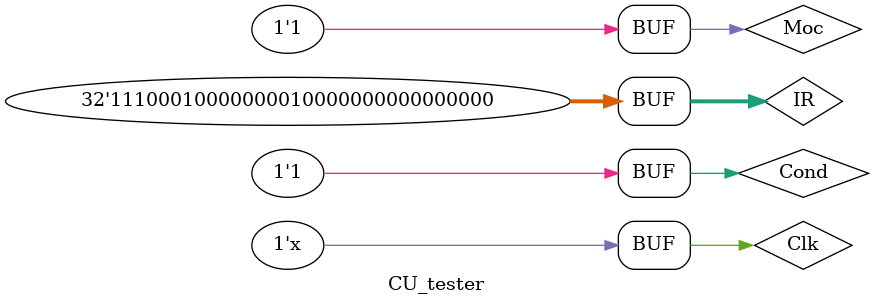
<source format=v>
`define DEFAULT_IR 32'b11100010000000010000000000000000
`define START 6'b000000
`define FIRST 6'b000001
`define SECOND 6'b000010
`define MOC 6'b000011
`define CONDITIONAL 6'b000100
`define ARITH_OP_IMM 6'b000101
`define REG_REG 6'b000110
`define ARITH_OP_SHIFT 6'b000111
`define LD_IMM_OFFSET 6'b001000
`define LD_IMM_POST 6'b001001
`define LD_IMM_PRE 6'b001010

`define LD_IMM_REG_OFFSET 6'b001011
`define LD_IMM_REG_POST 6'b001100
`define LD_IMM_REG_PRE 6'b001101

`define LD_SCALED_OFFSET 6'b001110
`define LD_SCALED_POST 6'b001111
`define LD_SCALED_PRE 6'b010000

`define SEVENTEENTH 6'b010001
`define EIGHTEENTH 6'b010010
`define NINETEENTH 6'b010011
`define TWENTIETH 6'b010100
`define TWENTY_FIRST 6'b010101
`define TWENTY_SECOND 6'b010110
`define TWENTY_THIRD 6'b010111
`define TWENTY_FOURTH 6'b011000
`define TWENTY_FIFTH 6'b011001

`define STR_IMM_OFFSET 6'b011010
`define STR_IMM_POST 6'b011011
`define STR_IMM_PRE 6'b011100

`define STR_REG_OFFSET 6'b011101
`define STR_REG_POST 6'b011110
`define STR_REG_PRE 6'b011111

`define STR_SCALED_OFFSET 6'b100000
`define STR_SCALED_POST 6'b100001
`define STR_SCALED_PRE 6'b100010

`define THIRTY_FIFTH 6'b100011
`define THIRTY_SIXTH 6'b100100
`define THIRTY_SEVENTH 6'b100101
`define THIRTY_EIGHTH 6'b100110
`define THIRTY_NINTH 6'b100111

`define FORTIETH 6'b101000
`define FORTY_FIRST 6'b101001
`define FORTY_SECOND 6'b101010
`define FORTY_THIRD 6'b101011
`define BRANCH 6'b101100
`define MOV 6'b101101
`define CMP 6'b101110

module ControlUnit(output FR,RF,input[31:0]IR,output MDR,MAR,R_W,MOV,MA_1,MA_0,MB_1,MB_0,MC_1,MC_0,MD, ME, OP4,OP3,OP2,OP1,OP0,
                     input Moc, Cond, Reset, Clk , output[5:0] CS);

	wire[5:0] NS , CS;

	NextStateDecoder NSD( NS , CS , IR , Cond , Moc);
	ControlSignalsEncoder SE( FR , RF , IR , MDR , MAR , R_W , MOV , MA_1 , MA_0 , MB_1 , MB_0 , MC_1 , MC_0 , MD , ME , OP4 , OP3 , OP2 , OP1 , OP0 , CS  );
	StateReg SR(CS , NS , Clr , Clk);
	

endmodule




/**

	I think you are using moc as a state ? Im confused

	Creo que tienes el done ese haciendo la misma funcion que el moc 
**/



module NextStateDecoder(output reg [5:0] NextState,
                         input[5:0] State, input[31:0] IR, input Cond ,Moc);

    always@*

    case(State)

        `START: begin NextState = `FIRST;end  

        `FIRST: begin NextState = `SECOND;end

        `SECOND: begin NextState = `MOC;end

        `MOC: begin 
				if( Moc) NextState = `CONDITIONAL;
                else NextState <= `MOC;
             end
        
		`CONDITIONAL:
            begin
				$display("cond");
                if(Cond)
				begin
                    //Distinguish between arith, store, load
                    if(IR[27:25] == 3'b010)//Load, store imm offset 
					$display("Load , store , imm");
					begin
                        if(IR[20] == 1'b1)//load
						begin
                            if(IR[23] == 1'b1)// u = 1 -> suma else resta
								begin
									NextState = `LD_IMM_PRE;
								if(IR[24]== 1'b0)//p == 0 POST
									NextState = `LD_IMM_POST;
								else//offset
									NextState = `LD_IMM_OFFSET;
								end
						end
                        else//store
						begin
							$display("Load , store , imm");
                            if(IR[23] == 1'b1)// u == 1 -> sum
							begin
                                if(IR[24] == 1'b0)//p =0 ->27
                                    NextState <= `STR_IMM_POST;
                                else if(IR[24] == 1'b0 &&  IR[21] )// -> 28th state
                                    NextState <= `STR_IMM_PRE;
                                else NextState = `STR_IMM_OFFSET;//offset -> 26
							end
						end
                    end            
				end
                else
                    NextState <= `CONDITIONAL;
                
                
            end

        `ARITH_OP_IMM:
            begin
                NextState = `FIRST;
                
            end

        `REG_REG:
             begin
                NextState = `FIRST;
                
            end

        `ARITH_OP_SHIFT:
           begin
                NextState = `FIRST;
                
            end

        `LD_IMM_OFFSET:
            begin
             NextState = `SEVENTEENTH;
             end

        `LD_IMM_POST:
            begin
               NextState = `SEVENTEENTH;
            end

        `LD_IMM_PRE:
            begin
             NextState = `SEVENTEENTH;
            end
        `LD_IMM_REG_OFFSET:  begin
             NextState = `SEVENTEENTH;
            end
        `LD_IMM_REG_POST:   begin
             NextState = `SEVENTEENTH;
            end
        `LD_IMM_REG_PRE:
          begin
             NextState = `SEVENTEENTH;
            end
        `LD_SCALED_OFFSET:
          begin
             NextState = `SEVENTEENTH;
            end
        `LD_SCALED_POST:
          begin
             NextState = `SEVENTEENTH;
            end
        `LD_SCALED_PRE:  begin
             NextState = `SEVENTEENTH;
            end

        `SEVENTEENTH:
        begin
             NextState = `EIGHTEENTH;
            
        end

        `EIGHTEENTH:
         begin
            if(!Moc)
                NextState = `EIGHTEENTH;
                
            else
                NextState = `NINETEENTH;
            
         end

        `NINETEENTH:
            begin

                    if(IR[27:25] == 3'b010)//Load, store

                        if(IR[20] == 1'b0)//load
						begin
                            if(IR[23] == 1'b0)// u = 0 -> suma else resta
                                NextState = `LD_IMM_PRE;//TODO FIX THIS
                            if(IR[24]== 1'b0)//p == 0 POST
                                NextState = `LD_IMM_POST;
                            else//offset
                                NextState = `LD_IMM_OFFSET;
						end
                        else//store

                            if(IR[23] == 1'b1)// u == 1 -> sum
                                if(IR[24] == 1'b0)//p =0 ->27
                                    NextState = `LD_IMM_REG_POST;
                                else if(IR[24] == 1'b0 && IR[21])// -> 28th state
                                    NextState = `LD_IMM_PRE;
                                else //offset -> 26
                                    NextState = `LD_SCALED_OFFSET;
                
            end
        



        `TWENTIETH:begin NextState = `FIRST; end
        `TWENTY_FIRST:begin NextState = `FIRST;  end
        `TWENTY_SECOND: begin NextState = `FIRST;  end
        `TWENTY_THIRD:begin NextState = `FIRST;  end
        `TWENTY_FOURTH:begin NextState = `FIRST;  end
        `TWENTY_FIFTH:begin NextState = `FIRST;  end

        `STR_IMM_OFFSET:
        begin
            NextState = `THIRTY_FIFTH;
            
        end
        
        `STR_IMM_POST:
        begin
            NextState = `THIRTY_FIFTH;
            
        end
        
        `STR_IMM_PRE:
        begin
            NextState = `THIRTY_FIFTH;
            
        end

        `STR_REG_OFFSET:
        begin
            NextState = `THIRTY_FIFTH;
            
        end

        `STR_REG_POST:
        begin
            NextState = `THIRTY_FIFTH;
            
        end

        `STR_REG_PRE:
        begin
            NextState = `THIRTY_FIFTH;
            
        end

        `STR_SCALED_OFFSET:
        begin
            NextState = `THIRTY_FIFTH;
            
        end

        `STR_SCALED_POST:
        begin
            NextState = `THIRTY_FIFTH;
            
        end

        `STR_SCALED_PRE:
            begin
                NextState = `THIRTY_FIFTH;
                
            end

        `THIRTY_FIFTH:
            begin
                 NextState = `THIRTY_SIXTH;
                 
            end

        `THIRTY_SIXTH:begin  NextState = `THIRTY_SEVENTH; end
        
        //NEED TO ADD LOGIC HERE
        `THIRTY_SEVENTH:
            begin
                  if(!Moc)
                    NextState <= `THIRTY_SEVENTH;
                    
                  else
                    //BRANCH here
                    if(IR[27:25] == 3'b010)//Load, store

                        if(IR[20] == 1'b0)//load
						begin
                            if(IR[23] == 1'b0)// u = 0 -> suma else resta
                                NextState = `LD_IMM_PRE;//TODO FIX THIS
                            if(IR[24]== 1'b0)//p == 0 POST
                                NextState = `LD_IMM_POST;
                            else//offset
                                NextState = `LD_IMM_OFFSET;
						end
                        else//store

                            if(IR[23] == 1'b1)// u == 1 -> sum
                                if(IR[24] == 1'b0)//p =0 ->27
                                    NextState = `STR_IMM_POST;
                                else if(IR[24] == 1'b0 && IR[21])// -> 28th state
                                    NextState = `STR_IMM_PRE;
                                else //offset -> 26
                                    NextState = `STR_IMM_OFFSET;

                    
            end

        `THIRTY_EIGHTH:begin NextState = `FIRST; end
        `THIRTY_NINTH:begin NextState = `FIRST; end

        `FORTIETH:begin NextState = `FIRST;end
        `FORTY_FIRST:begin NextState = `FIRST;end
        `FORTY_SECOND:begin NextState = `FIRST;end
        `FORTY_THIRD:begin NextState = `FIRST;end
        `BRANCH:begin NextState = `FIRST; end
        `MOV:begin NextState = `FIRST; end
        `CMP: begin NextState = `FIRST; end


        default:begin  NextState = 5'b1; end

    endcase

endmodule


module ControlSignalsEncoder( output reg FR_ld,RF_ld,output reg[31:0]IR_ld, output reg MDR_ld,MAR_ld,R_W,MOV,MA1,MA0,MB1,MB0,MC1,MC0,MD, ME, OP4,OP3,OP2,OP1,OP0,
        input [5:0]State);

    always@*

    case(State)

			`START:
			begin
				FR_ld <= 0;
				RF_ld <= 1;
				IR_ld <= 0;
				MAR_ld <= 0;
				MDR_ld <= 0;
				R_W <= 0;
				MOV <= 0;
				MA1 <= 0;
				MA0 <= 0;
				MB1 <= 1;
				MB0 <= 1;
				MC1 <= 0;
				MC0 <= 1;
				MD <= 1;
				ME <= 0;
				OP4 <= 0;
				OP3 <= 1;
				OP2 <= 1;
				OP1 <= 0;
				OP0 <= 1;
			end
                

			`FIRST:
			begin
				FR_ld <= 0.0;
				RF_ld <= 0.0;
				IR_ld <= 0.0;
				MAR_ld <= 0.0;
				MDR_ld <= 1.0;
				R_W <= 0.0;
				MOV <= 0.0;
				MA1 <= 1.0;
				MA0 <= 0.0;
				MB1 <= 0.0;
				MB0 <= 0.0;
				MC1 <= 0.0;
				MC0 <= 0.0;
				MD <= 1.0;
				ME <= 0;
				OP4 <= 1.0;
				OP3 <= 0.0;
				OP2 <= 0.0;
				OP1 <= 0.0;
				OP0 <= 0.0;
			end
            

			`SECOND:
			begin
				FR_ld <= 0.0;
				RF_ld <= 1.0;
				IR_ld <= 0.0;
				MAR_ld <= 0.0;
				MDR_ld <= 0.0;
				R_W <= 1.0;
				MOV <= 1.0;
				MA1 <= 1.0;
				MA0 <= 0.0;
				MB1 <= 0.0;
				MB0 <= 0.0;
				MC1 <= 0.0;
				MC0 <= 1.0;
				MD <= 1.0;
				ME <= 0.0;
				OP4 <= 1.0;
				OP3 <= 0.0;
				OP2 <= 0.0;
				OP1 <= 0.0;
				OP0 <= 1.0;
			end
            

			`MOC:
			begin
				FR_ld <= 0.0;
				RF_ld <= 0.0;
				IR_ld <= 1.0;
				MAR_ld <= 0.0;
				MDR_ld <= 0.0;
				R_W <= 1.0;
				MOV <= 1.0;
				MA1 <= 0.0;
				MA0 <= 0.0;
				MB1 <= 0.0;
				MB0 <= 0.0;
				MC1 <= 0.0;
				MC0 <= 0.0;
				MD <= 0.0;
				ME <= 0.0;
				OP4 <= 0.0;
				OP3 <= 0.0;
				OP2 <= 0.0;
				OP1 <= 0.0;
				OP0 <= 0.0;
			end
            

			`CONDITIONAL:
			begin
				FR_ld <= 0.0;
				RF_ld <= 0.0;
				IR_ld <= 0.0;
				MAR_ld <= 0.0;
				MDR_ld <= 0.0;
				R_W <= 0.0;
				MOV <= 0.0;
				MA1 <= 0.0;
				MA0 <= 0.0;
				MB1 <= 0.0;
				MB0 <= 0.0;
				MC1 <= 0.0;
				MC0 <= 0.0;
				MD <= 0.0;
				ME <= 0.0;
				OP4 <= 0.0;
				OP3 <= 0.0;
				OP2 <= 0.0;
				OP1 <= 0.0;
				OP0 <= 0.0;
			end
            

			`ARITH_OP_IMM:
			begin
				FR_ld <= 0;
				RF_ld <= 1;
				IR_ld <= 0;
				MAR_ld <= 0;
				MDR_ld <= 0;
				R_W <= 0;
				MOV <= 0;
				MA1 <= 0;
				MA0 <= 0;
				MB1 <= 0;
				MB0 <= 1;
				MC1 <= 0;
				MC0 <= 0;
				MD <= 0;
				ME <= 0;
				OP4 <= 0;
				OP3 <= 0;
				OP2 <= 0;
				OP1 <= 0;
				OP0 <= 0;
			end
            

			`REG_REG:
			begin
				FR_ld <= 0.0;
				RF_ld <= 1.0;
				IR_ld <= 0.0;
				MAR_ld <= 0.0;
				MDR_ld <= 0.0;
				R_W <= 0.0;
				MOV <= 0.0;
				MA1 <= 0.0;
				MA0 <= 0.0;
				MB1 <= 0.0;
				MB0 <= 0.0;
				MC1 <= 0.0;
				MC0 <= 0.0;
				MD <= 0.0;
				ME <= 0.0;
				OP4 <= 0.0;
				OP3 <= 0.0;
				OP2 <= 0.0;
				OP1 <= 0.0;
				OP0 <= 0.0;
			end
            

			`ARITH_OP_SHIFT:
			begin
				FR_ld <= 0.0;
				RF_ld <= 1.0;
				IR_ld <= 0.0;
				MAR_ld <= 0.0;
				MDR_ld <= 0.0;
				R_W <= 0.0;
				MOV <= 0.0;
				MA1 <= 0.0;
				MA0 <= 0.0;
				MB1 <= 0.0;
				MB0 <= 1.0;
				MC1 <= 0.0;
				MC0 <= 0.0;
				MD <= 0.0;
				ME <= 0.0;
				OP4 <= 0.0;
				OP3 <= 0.0;
				OP2 <= 0.0;
				OP1 <= 0.0;
				OP0 <= 0.0;
			end
            


			`LD_IMM_OFFSET:
			begin
				FR_ld <= 0;
				RF_ld <= 0;
				IR_ld <= 0;
				MAR_ld <= 0;
				MDR_ld <= 1;
				R_W <= 0;
				MOV <= 0;
				MA1 <= 0;
				MA0 <= 0;
				MB1 <= 0;
				MB0 <= 1;
				MC1 <= 0;
				MC0 <= 0;
				MD <= 1;
				ME <= 0;
				OP4 <= 0;
				OP3 <= 0;
				OP2 <= 1;
				OP1 <= 0;
				OP0 <= 0;
			end
            

			`LD_IMM_POST:
			begin
				FR_ld <= 0.0;
				RF_ld <= 0.0;
				IR_ld <= 0.0;
				MAR_ld <= 0.0;
				MDR_ld <= 1.0;
				R_W <= 0.0;
				MOV <= 0.0;
				MA1 <= 0.0;
				MA0 <= 0.0;
				MB1 <= 0.0;
				MB0 <= 0.0;
				MC1 <= 0.0;
				MC0 <= 0.0;
				MD <= 1.0;
				ME <= 0.0;
				OP4 <= 1.0;
				OP3 <= 0.0;
				OP2 <= 0.0;
				OP1 <= 0.0;
				OP0 <= 0.0;
			end
            

			`LD_IMM_PRE:
			begin
				FR_ld <= 0.0;
				RF_ld <= 0.0;
				IR_ld <= 0.0;
				MAR_ld <= 0.0;
				MDR_ld <= 1.0;
				R_W <= 0.0;
				MOV <= 0.0;
				MA1 <= 0.0;
				MA0 <= 0.0;
				MB1 <= 0.0;
				MB0 <= 1.0;
				MC1 <= 0.0;
				MC0 <= 0.0;
				MD <= 1.0;
				ME <= 0.0;
				OP4 <= 0.0;
				OP3 <= 0.0;
				OP2 <= 1.0;
				OP1 <= 0.0;
				OP0 <= 0.0;
			end
            

			`LD_IMM_REG_OFFSET:
			begin
				FR_ld <= 0;
				RF_ld <= 0;
				IR_ld <= 0;
				MAR_ld <= 0;
				MDR_ld <= 1;
				R_W <= 0;
				MOV <= 0;
				MA1 <= 0;
				MA0 <= 0;
				MB1 <= 0;
				MB0 <= 0;
				MC1 <= 0;
				MC0 <= 0;
				MD <= 1;
				ME <= 0;
				OP4 <= 0;
				OP3 <= 0;
				OP2 <= 1;
				OP1 <= 0;
				OP0 <= 0;
			end
            

			`LD_IMM_REG_POST:
			begin
				FR_ld <= 0.0;
				RF_ld <= 0.0;
				IR_ld <= 0.0;
				MAR_ld <= 0.0;
				MDR_ld <= 1.0;
				R_W <= 0.0;
				MOV <= 0.0;
				MA1 <= 0.0;
				MA0 <= 0.0;
				MB1 <= 0.0;
				MB0 <= 0.0;
				MC1 <= 0.0;
				MC0 <= 0.0;
				MD <= 1.0;
				ME <= 0.0;
				OP4 <= 0.0;
				OP3 <= 0.0;
				OP2 <= 1.0;
				OP1 <= 0.0;
				OP0 <= 0.0;
			end
            

			`LD_IMM_REG_PRE:
			begin
				FR_ld <= 0.0;
				RF_ld <= 0.0;
				IR_ld <= 0.0;
				MAR_ld <= 0.0;
				MDR_ld <= 1.0;
				R_W <= 0.0;
				MOV <= 0.0;
				MA1 <= 0.0;
				MA0 <= 0.0;
				MB1 <= 0.0;
				MB0 <= 0.0;
				MC1 <= 0.0;
				MC0 <= 0.0;
				MD <= 1.0;
				ME <= 0.0;
				OP4 <= 0.0;
				OP3 <= 0.0;
				OP2 <= 1.0;
				OP1 <= 0.0;
				OP0 <= 0.0;
			end
            

			`LD_SCALED_OFFSET:
			begin
				FR_ld <= 0;
				RF_ld <= 0;
				IR_ld <= 0;
				MAR_ld <= 0;
				MDR_ld <= 1;
				R_W <= 0;
				MOV <= 0;
				MA1 <= 0;
				MA0 <= 0;
				MB1 <= 0;
				MB0 <= 1;
				MC1 <= 0;
				MC0 <= 0;
				MD <= 1;
				ME <= 0;
				OP4 <= 0;
				OP3 <= 0;
				OP2 <= 1;
				OP1 <= 0;
				OP0 <= 0;
			end
            

			`LD_IMM_REG_POST:
			begin
				FR_ld <= 0.0;
				RF_ld <= 0.0;
				IR_ld <= 0.0;
				MAR_ld <= 0.0;
				MDR_ld <= 1.0;
				R_W <= 0.0;
				MOV <= 0.0;
				MA1 <= 0.0;
				MA0 <= 0.0;
				MB1 <= 0.0;
				MB0 <= 0.0;
				MC1 <= 0.0;
				MC0 <= 0.0;
				MD <= 1.0;
				ME <= 0.0;
				OP4 <= 0.0;
				OP3 <= 0.0;
				OP2 <= 1.0;
				OP1 <= 0.0;
				OP0 <= 0.0;
			end
            

			`LD_SCALED_PRE:
			begin
				FR_ld <= 0.0;
				RF_ld <= 0.0;
				IR_ld <= 0.0;
				MAR_ld <= 0.0;
				MDR_ld <= 1.0;
				R_W <= 0.0;
				MOV <= 0.0;
				MA1 <= 0.0;
				MA0 <= 0.0;
				MB1 <= 0.0;
				MB0 <= 1.0;
				MC1 <= 0.0;
				MC0 <= 0.0;
				MD <= 1.0;
				ME <= 0.0;
				OP4 <= 0.0;
				OP3 <= 0.0;
				OP2 <= 1.0;
				OP1 <= 0.0;
				OP0 <= 0.0;
			end
            

			`SEVENTEENTH:
			begin
				FR_ld <= 0;
				RF_ld <= 0;
				IR_ld <= 0;
				MAR_ld <= 0;
				MDR_ld <= 0;
				R_W <= 1;
				MOV <= 1;
				MA1 <= 0;
				MA0 <= 0;
				MB1 <= 0;
				MB0 <= 0;
				MC1 <= 0;
				MC0 <= 0;
				MD <= 0;
				ME <= 0;
				OP4 <= 0;
				OP3 <= 0;
				OP2 <= 0;
				OP1 <= 0;
				OP0 <= 0;
			end
            

			`EIGHTEENTH:
			begin
				FR_ld <= 0.0;
				RF_ld <= 0.0;
				IR_ld <= 0.0;
				MAR_ld <= 1.0;
				MDR_ld <= 0.0;
				R_W <= 1.0;
				MOV <= 1.0;
				MA1 <= 0.0;
				MA0 <= 0.0;
				MB1 <= 0.0;
				MB0 <= 0.0;
				MC1 <= 0.0;
				MC0 <= 0.0;
				MD <= 0.0;
				ME <= 0.0;
				OP4 <= 0.0;
				OP3 <= 0.0;
				OP2 <= 0.0;
				OP1 <= 0.0;
				OP0 <= 0.0;
			end
            

			`NINETEENTH:
			begin
				FR_ld <= 0.0;
				RF_ld <= 0.0;
				IR_ld <= 0.0;
				MAR_ld <= 0.0;
				MDR_ld <= 0.0;
				R_W <= 0.0;
				MOV <= 0.0;
				MA1 <= 0.0;
				MA0 <= 0.0;
				MB1 <= 1.0;
				MB0 <= 0.0;
				MC1 <= 0.0;
				MC0 <= 0.0;
				MD <= 1.0;
				ME <= 0.0;
				OP4 <= 0.0;
				OP3 <= 1.0;
				OP2 <= 1.0;
				OP1 <= 0.0;
				OP0 <= 1.0;
			end
            

			`TWENTIETH:
			begin
				FR_ld <= 0;
				RF_ld <= 1;
				IR_ld <= 0;
				MAR_ld <= 0;
				MDR_ld <= 0;
				R_W <= 0;
				MOV <= 0;
				MA1 <= 0;
				MA0 <= 0;
				MB1 <= 0;
				MB0 <= 1;
				MC1 <= 1;
				MC0 <= 0;
				MD <= 1;
				ME <= 0;
				OP4 <= 0;
				OP3 <= 0;
				OP2 <= 1;
				OP1 <= 0;
				OP0 <= 0;
			end
            

			`TWENTY_FIRST:
			begin
				FR_ld <= 0.0;
				RF_ld <= 1.0;
				IR_ld <= 0.0;
				MAR_ld <= 0.0;
				MDR_ld <= 0.0;
				R_W <= 0.0;
				MOV <= 0.0;
				MA1 <= 0.0;
				MA0 <= 0.0;
				MB1 <= 0.0;
				MB0 <= 1.0;
				MC1 <= 1.0;
				MC0 <= 0.0;
				MD <= 1.0;
				ME <= 0.0;
				OP4 <= 0.0;
				OP3 <= 1.0;
				OP2 <= 1.0;
				OP1 <= 0.0;
				OP0 <= 1.0;
			end
            

			`TWENTY_SECOND:
			begin
				FR_ld <= 0.0;
				RF_ld <= 1.0;
				IR_ld <= 0.0;
				MAR_ld <= 0.0;
				MDR_ld <= 0.0;
				R_W <= 0.0;
				MOV <= 0.0;
				MA1 <= 0.0;
				MA0 <= 0.0;
				MB1 <= 0.0;
				MB0 <= 0.0;
				MC1 <= 1.0;
				MC0 <= 0.0;
				MD <= 1.0;
				ME <= 0.0;
				OP4 <= 0.0;
				OP3 <= 1.0;
				OP2 <= 1.0;
				OP1 <= 0.0;
				OP0 <= 1.0;
			end
            

			`TWENTY_THIRD:
			begin
				FR_ld <= 0.0;
				RF_ld <= 1.0;
				IR_ld <= 0.0;
				MAR_ld <= 0.0;
				MDR_ld <= 0.0;
				R_W <= 0.0;
				MOV <= 0.0;
				MA1 <= 0.0;
				MA0 <= 0.0;
				MB1 <= 0.0;
				MB0 <= 0.0;
				MC1 <= 1.0;
				MC0 <= 0.0;
				MD <= 1.0;
				ME <= 0.0;
				OP4 <= 0.0;
				OP3 <= 1.0;
				OP2 <= 1.0;
				OP1 <= 0.0;
				OP0 <= 1.0;
			end
            

			`TWENTY_FOURTH:
			begin
				FR_ld <= 0.0;
				RF_ld <= 1.0;
				IR_ld <= 0.0;
				MAR_ld <= 0.0;
				MDR_ld <= 0.0;
				R_W <= 0.0;
				MOV <= 0.0;
				MA1 <= 0.0;
				MA0 <= 0.0;
				MB1 <= 0.0;
				MB0 <= 1.0;
				MC1 <= 1.0;
				MC0 <= 0.0;
				MD <= 1.0;
				ME <= 0.0;
				OP4 <= 0.0;
				OP3 <= 1.0;
				OP2 <= 1.0;
				OP1 <= 0.0;
				OP0 <= 1.0;
			end
             

			`TWENTY_FIFTH:
			begin
				FR_ld <= 0.0;
				RF_ld <= 1.0;
				IR_ld <= 0.0;
				MAR_ld <= 0.0;
				MDR_ld <= 0.0;
				R_W <= 0.0;
				MOV <= 0.0;
				MA1 <= 0.0;
				MA0 <= 0.0;
				MB1 <= 0.0;
				MB0 <= 1.0;
				MC1 <= 1.0;
				MC0 <= 0.0;
				MD <= 1.0;
				ME <= 0.0;
				OP4 <= 0.0;
				OP3 <= 1.0;
				OP2 <= 1.0;
				OP1 <= 0.0;
				OP0 <= 1.0;
			end
            

			`STR_IMM_OFFSET:
			begin
				FR_ld <= 0;
				RF_ld <= 0;
				IR_ld <= 0;
				MAR_ld <= 0;
				MDR_ld <= 1;
				R_W <= 0;
				MOV <= 0;
				MA1 <= 0;
				MA0 <= 0;
				MB1 <= 0;
				MB0 <= 1;
				MC1 <= 0;
				MC0 <= 0;
				MD <= 1;
				ME <= 0;
				OP4 <= 0;
				OP3 <= 0;
				OP2 <= 0;
				OP1 <= 0;
				OP0 <= 0;
			end
            

			`STR_IMM_POST:
			begin
				FR_ld <= 0.0;
				RF_ld <= 0.0;
				IR_ld <= 0.0;
				MAR_ld <= 0.0;
				MDR_ld <= 1.0;
				R_W <= 0.0;
				MOV <= 0.0;
				MA1 <= 0.0;
				MA0 <= 0.0;
				MB1 <= 0.0;
				MB0 <= 0.0;
				MC1 <= 0.0;
				MC0 <= 0.0;
				MD <= 1.0;
				ME <= 0.0;
				OP4 <= 1.0;
				OP3 <= 0.0;
				OP2 <= 0.0;
				OP1 <= 0.0;
				OP0 <= 0.0;
			end
            

			`STR_IMM_PRE:
			begin
				FR_ld <= 0.0;
				RF_ld <= 0.0;
				IR_ld <= 0.0;
				MAR_ld <= 0.0;
				MDR_ld <= 1.0;
				R_W <= 0.0;
				MOV <= 0.0;
				MA1 <= 0.0;
				MA0 <= 0.0;
				MB1 <= 0.0;
				MB0 <= 1.0;
				MC1 <= 0.0;
				MC0 <= 0.0;
				MD <= 1.0;
				ME <= 0.0;
				OP4 <= 0.0;
				OP3 <= 0.0;
				OP2 <= 1.0;
				OP1 <= 0.0;
				OP0 <= 0.0;
			end
            

			`STR_REG_OFFSET:
			begin
				FR_ld <= 0;
				RF_ld <= 0;
				IR_ld <= 0;
				MAR_ld <= 0;
				MDR_ld <= 1;
				R_W <= 0;
				MOV <= 0;
				MA1 <= 0;
				MA0 <= 0;
				MB1 <= 0;
				MB0 <= 0;
				MC1 <= 0;
				MC0 <= 0;
				MD <= 1;
				ME <= 0;
				OP4 <= 0;
				OP3 <= 0;
				OP2 <= 1;
				OP1 <= 0;
				OP0 <= 0;
			end
            

			`STR_REG_POST:
			begin
				FR_ld <= 0.0;
				RF_ld <= 0.0;
				IR_ld <= 0.0;
				MAR_ld <= 0.0;
				MDR_ld <= 1.0;
				R_W <= 0.0;
				MOV <= 0.0;
				MA1 <= 0.0;
				MA0 <= 0.0;
				MB1 <= 0.0;
				MB0 <= 0.0;
				MC1 <= 0.0;
				MC0 <= 0.0;
				MD <= 1.0;
				ME <= 0.0;
				OP4 <= 0.0;
				OP3 <= 0.0;
				OP2 <= 1.0;
				OP1 <= 0.0;
				OP0 <= 0.0;
			end
            

			`STR_REG_PRE:
			begin
				FR_ld <= 0.0;
				RF_ld <= 0.0;
				IR_ld <= 0.0;
				MAR_ld <= 0.0;
				MDR_ld <= 1.0;
				R_W <= 0.0;
				MOV <= 0.0;
				MA1 <= 0.0;
				MA0 <= 0.0;
				MB1 <= 0.0;
				MB0 <= 0.0;
				MC1 <= 0.0;
				MC0 <= 0.0;
				MD <= 1.0;
				ME <= 0.0;
				OP4 <= 0.0;
				OP3 <= 0.0;
				OP2 <= 1.0;
				OP1 <= 0.0;
				OP0 <= 0.0;
			end
            

			`STR_SCALED_OFFSET:
			begin
				FR_ld <= 0;
				RF_ld <= 0;
				IR_ld <= 0;
				MAR_ld <= 0;
				MDR_ld <= 1;
				R_W <= 0;
				MOV <= 0;
				MA1 <= 0;
				MA0 <= 0;
				MB1 <= 0;
				MB0 <= 1;
				MC1 <= 0;
				MC0 <= 0;
				MD <= 1;
				ME <= 0;
				OP4 <= 0;
				OP3 <= 0;
				OP2 <= 1;
				OP1 <= 0;
				OP0 <= 0;
			end
            

			`STR_SCALED_POST:
			begin
				FR_ld <= 0.0;
				RF_ld <= 0.0;
				IR_ld <= 0.0;
				MAR_ld <= 0.0;
				MDR_ld <= 1.0;
				R_W <= 0.0;
				MOV <= 0.0;
				MA1 <= 0.0;
				MA0 <= 0.0;
				MB1 <= 0.0;
				MB0 <= 0.0;
				MC1 <= 0.0;
				MC0 <= 0.0;
				MD <= 1.0;
				ME <= 0.0;
				OP4 <= 0.0;
				OP3 <= 0.0;
				OP2 <= 1.0;
				OP1 <= 0.0;
				OP0 <= 0.0;
			end
            

			`STR_SCALED_PRE:
			begin
				FR_ld <= 0.0;
				RF_ld <= 0.0;
				IR_ld <= 0.0;
				MAR_ld <= 0.0;
				MDR_ld <= 1.0;
				R_W <= 0.0;
				MOV <= 0.0;
				MA1 <= 0.0;
				MA0 <= 0.0;
				MB1 <= 0.0;
				MB0 <= 1.0;
				MC1 <= 0.0;
				MC0 <= 0.0;
				MD <= 1.0;
				ME <= 0.0;
				OP4 <= 0.0;
				OP3 <= 0.0;
				OP2 <= 1.0;
				OP1 <= 0.0;
				OP0 <= 0.0;
			end
            

			`THIRTY_FIFTH:
			begin
				FR_ld <= 0;
				RF_ld <= 0;
				IR_ld <= 0;
				MAR_ld <= 1;
				MDR_ld <= 0;
				R_W <= 0;
				MOV <= 0;
				MA1 <= 0;
				MA0 <= 1;
				MB1 <= 0;
				MB0 <= 0;
				MC1 <= 0;
				MC0 <= 0;
				MD <= 0;
				ME <= 0;
				OP4 <= 1;
				OP3 <= 0;
				OP2 <= 0;
				OP1 <= 0;
				OP0 <= 0;
			end
            

			`THIRTY_SIXTH:
			begin
				FR_ld <= 0.0;
				RF_ld <= 0.0;
				IR_ld <= 0.0;
				MAR_ld <= 0.0;
				MDR_ld <= 0.0;
				R_W <= 0.0;
				MOV <= 1.0;
				MA1 <= 0.0;
				MA0 <= 0.0;
				MB1 <= 0.0;
				MB0 <= 0.0;
				MC1 <= 0.0;
				MC0 <= 0.0;
				MD <= 0.0;
				ME <= 0.0;
				OP4 <= 0.0;
				OP3 <= 0.0;
				OP2 <= 0.0;
				OP1 <= 0.0;
				OP0 <= 0.0;
			end
            

			`THIRTY_SEVENTH:
			begin
				FR_ld <= 0.0;
				RF_ld <= 0.0;
				IR_ld <= 0.0;
				MAR_ld <= 0.0;
				MDR_ld <= 0.0;
				R_W <= 0.0;
				MOV <= 1.0;
				MA1 <= 0.0;
				MA0 <= 0.0;
				MB1 <= 0.0;
				MB0 <= 0.0;
				MC1 <= 0.0;
				MC0 <= 0.0;
				MD <= 0.0;
				ME <= 0.0;
				OP4 <= 0.0;
				OP3 <= 0.0;
				OP2 <= 0.0;
				OP1 <= 0.0;
				OP0 <= 0.0;
			end
            

			`THIRTY_EIGHTH:
			begin
				FR_ld <= 0;
				RF_ld <= 1;
				IR_ld <= 0;
				MAR_ld <= 0;
				MDR_ld <= 0;
				R_W <= 0;
				MOV <= 0;
				MA1 <= 0;
				MA0 <= 0;
				MB1 <= 0;
				MB0 <= 1;
				MC1 <= 1;
				MC0 <= 0;
				MD <= 1;
				ME <= 0;
				OP4 <= 0;
				OP3 <= 0;
				OP2 <= 1;
				OP1 <= 0;
				OP0 <= 0;
			end
            

			`THIRTY_NINTH:
			begin
				FR_ld <= 0.0;
				RF_ld <= 1.0;
				IR_ld <= 0.0;
				MAR_ld <= 0.0;
				MDR_ld <= 0.0;
				R_W <= 0.0;
				MOV <= 0.0;
				MA1 <= 0.0;
				MA0 <= 0.0;
				MB1 <= 0.0;
				MB0 <= 1.0;
				MC1 <= 1.0;
				MC0 <= 0.0;
				MD <= 1.0;
				ME <= 0.0;
				OP4 <= 0.0;
				OP3 <= 0.0;
				OP2 <= 1.0;
				OP1 <= 0.0;
				OP0 <= 0.0;
			end
            

			`FORTIETH:
			begin
				FR_ld <= 0.0;
				RF_ld <= 1.0;
				IR_ld <= 0.0;
				MAR_ld <= 0.0;
				MDR_ld <= 0.0;
				R_W <= 0.0;
				MOV <= 0.0;
				MA1 <= 0.0;
				MA0 <= 0.0;
				MB1 <= 0.0;
				MB0 <= 0.0;
				MC1 <= 1.0;
				MC0 <= 0.0;
				MD <= 1.0;
				ME <= 0.0;
				OP4 <= 0.0;
				OP3 <= 0.0;
				OP2 <= 1.0;
				OP1 <= 0.0;
				OP0 <= 0.0;
			end
            

			`FORTY_FIRST:
			begin
				FR_ld <= 0.0;
				RF_ld <= 1.0;
				IR_ld <= 0.0;
				MAR_ld <= 0.0;
				MDR_ld <= 0.0;
				R_W <= 0.0;
				MOV <= 0.0;
				MA1 <= 0.0;
				MA0 <= 0.0;
				MB1 <= 0.0;
				MB0 <= 0.0;
				MC1 <= 1.0;
				MC0 <= 0.0;
				MD <= 1.0;
				ME <= 0.0;
				OP4 <= 0.0;
				OP3 <= 0.0;
				OP2 <= 1.0;
				OP1 <= 0.0;
				OP0 <= 0.0;
			end
            

			`FORTY_SECOND:
			begin
				FR_ld <= 0.0;
				RF_ld <= 1.0;
				IR_ld <= 0.0;
				MAR_ld <= 0.0;
				MDR_ld <= 0.0;
				R_W <= 0.0;
				MOV <= 0.0;
				MA1 <= 0.0;
				MA0 <= 0.0;
				MB1 <= 0.0;
				MB0 <= 1.0;
				MC1 <= 1.0;
				MC0 <= 0.0;
				MD <= 1.0;
				ME <= 0.0;
				OP4 <= 0.0;
				OP3 <= 0.0;
				OP2 <= 1.0;
				OP1 <= 0.0;
				OP0 <= 0.0;
			end
            

			`BRANCH:
			begin
				FR_ld <= 0.0;
				RF_ld <= 1.0;
				IR_ld <= 0.0;
				MAR_ld <= 0.0;
				MDR_ld <= 0.0;
				R_W <= 0.0;
				MOV <= 0.0;
				MA1 <= 0.0;
				MA0 <= 0.0;
				MB1 <= 0.0;
				MB0 <= 1.0;
				MC1 <= 1.0;
				MC0 <= 0.0;
				MD <= 1.0;
				ME <= 0.0;
				OP4 <= 0.0;
				OP3 <= 0.0;
				OP2 <= 1.0;
				OP1 <= 0.0;
				OP0 <= 0.0;
			end
            

			`MOV:
			begin
				FR_ld <= 0;
				RF_ld <= 1;
				IR_ld <= 0;
				MAR_ld <= 0;
				MDR_ld <= 0;
				R_W <= 0;
				MOV <= 0;
				MA1 <= 0;
				MA0 <= 0;
				MB1 <= 0;
				MB0 <= 1;
				MC1 <= 0;
				MC0 <= 1;
				MD <= 1;
				ME <= 0;
				OP4 <= 0;
				OP3 <= 0;
				OP2 <= 0;
				OP1 <= 0;
				OP0 <= 0;
			end
            

			`CMP:
			begin
				FR_ld <= 0;
				RF_ld <= 1;
				IR_ld <= 0;
				MAR_ld <= 0;
				MDR_ld <= 0;
				R_W <= 0;
				MOV <= 0;
				MA1 <= 0;
				MA0 <= 0;
				MB1 <= 0;
				MB0 <= 1;
				MC1 <= 0;
				MC0 <= 0;
				MD <= 0;
				ME <= 0;
				OP4 <= 0;
				OP3 <= 0;
				OP2 <= 0;
				OP1 <= 0;
				OP0 <= 0;
			end
			9'd48:
			begin
				FR_ld <= 1;
				RF_ld <= 0;
				IR_ld <= 0;
				MAR_ld <= 0;
				MDR_ld <= 0;
				R_W <= 0;
				MOV <= 0;
				MA1 <= 0;
				MA0 <= 0;
				MB1 <= 0;
				MB0 <= 1;
				MC1 <= 0;
				MC0 <= 0;
				MD <= 0;
				ME <= 0;
				OP4 <= 0;
				OP3 <= 0;
				OP2 <= 0;
				OP1 <= 0;
				OP0 <= 0;
			end

  


        default:
                begin
                FR_ld <= 0;
				RF_ld <= 0;
				IR_ld <= 0;
				MAR_ld <= 0;
				MDR_ld <= 0;
				R_W <= 0;
				MOV <= 0;
				MA1 <= 0;
				MA0 <= 0;
				MB1 <= 0;
				MB0 <= 0;
				MC1 <= 0;
				MC0 <= 0;
				MD <= 0;
				ME <= 0;
				OP4 <= 0;
				OP3 <= 0;
				OP2 <= 0;
				OP1 <= 0;
				OP0 <= 0;
                end
    endcase

endmodule

module StateReg(output reg[5:0]State,
                input[5:0] NextState,
                          input Clr, Clk);

    always @(posedge Clk, negedge Clr)

    if(!Clr)
       State <= 6'b000000;

    else
       State <= NextState;
    
endmodule

// module mux_4_1(input [3:0]a , input [3:0]b, input [3:0]c, input [3:0]d,input sel1, input sel2, output[3:0] out  );

//     assign out = sel2 ? (sel1 ? d : c) : (sel1 ? b: a);

// endmodule

// module CU_tester_with_ALU_and_REG;


//     reg Done, Reset, Clk, Cond, Moc, RF_Ld;
	
//     wire[5:0] State;
//     wire FR,RF,IR, MDR,MAR,R_W,MOV,
//             MA_1,MA_0,MB_1,MB_0,
//             MC_1,MC_0,MD, ME,
//              OP4,OP3,OP2,OP1,OP0;

//     wire N, Z, V , Cout;
//     wire[31:0] O;//Sign extender & shifter bits
//     reg[0:31] A;
//     reg[0:31] B;
//     reg[0:3] OP;
//     reg Cin;

//     reg [31:0]PC;
//     reg [3:0] R_A;
//     reg [3:0] R_B;

//     wire [31:0]PA;
//     wire [31:0]PB;

//     reg [3:0] IR_16_19;
//     reg [3:0] IR_15_12;
//     reg [3:0] IR_24_21;

//     reg[3:0] all_on = 4b'1111;
//     reg[3:0] dont_care = 4b'0000;

//     regfile reg_file(PC, 
//                         C,R_A,R_B,
//                         RF_Ld, Reset, Clk, 
//                         PA, PB);

//     ALU alu( N, Z, V, Cout, O, Cin ,PA, B , OP);



//     ControlUnit CU (State,
//                      FR,RF,IR, MDR,MAR,R_W,MOV,MA_1,MA_0,MB_1,MB_0,MC_1,MC_0,MD, ME, OP4,OP3,OP2,OP1,OP0,
//                      Moc, Cond, Done, Reset, Clk);
    

//     //NO SE COMO HACER ESTO

//     reg DS_IR;//del IR
//     reg Ds; //Del MDR
//     mux_4_1 muxA(IR_16_19, IR_15_12, all_on, dont_care, MA1, MA0, A);
//     mux_4_1 muxB(PB, O, Qs_MDR, dont_care, MB1, MB0, B);
//     mux_4_1 muxC( IR_15_12, all_on, MC, C);
//     mux_4_1 muxD(OP_4_0, IR_24_21, MD, OP);
//     mux_4_1 muxE( DS_IR, PC, ME, Ds);//Ds is for MDR, missing DS_IR

//     
//     initial begin
//         State = 6'b000000;
//         Clk = 1'b0;
//         Cond =1'b0;
//         Moc = 1'b0;
//         repeat(100) #5 State += 6'b000001;
//         repeat(100) #5 Clk = ~Clk;
//         repeat(100) #5 Moc = ~Moc;
//         repeat(100) #5 Cond = ~Cond;
//     end

//     initial fork
//         Reset = 1'b0;
//         #3 Reset = 1'b1;
//         #80 Reset = 1'b0;
//         #83 Reset = 1'b1;

//         Done = 1'b0;
//         #50 Done = 1'b1;
//         #60 Done = 1'b0;
//     join

//         initial begin
//             $display("===Control-Unit===\n");
//             $display("State FR RF IR MDR MAR R_W MOV MA_1 MA_0 MB_1 MB_0 MC_1 MC_0 MD ME OP4 OP3 OP2 OP1 OP0 Moc, Cond Done Reset     Time");
//             $monitor("%d  %b %b %b %b %b %b %b %b %b %b %b %b %b %b %b %b %b %b %b %b %b %b %b %b %d",
//                     State, FR,RF,IR, MDR,MAR,R_W,MOV,MA_1,MA_0,MB_1,MB_0,MC_1,MC_0,MD, ME, OP4,OP3,OP2,OP1,OP0, Moc, Cond, Done, Reset, $time);
//             $display("=== Ouput===\n")
//             $monitor("%d  %b %b %b %b %b %b %b %b %b %b %b %b %b %b %b %b %b %b %b %b %b %b %b %b %d",
//                     State, FR,RF,IR, MDR,MAR,R_W,MOV,MA_1,MA_0,MB_1,MB_0,MC_1,MC_0,MD, ME, OP4,OP3,OP2,OP1,OP0, Moc, Cond, Done, Reset, $time);
//         end
    






module CU_tester;

    reg[31:0] IR;
    wire FR,RF, MDR,MAR,R_W,MOV,MA_1,MA_0,MB_1,MB_0,MC_1,MC_0,MD, ME, OP4,OP3,OP2,OP1,OP0;
	wire [5:0]State;
    reg Moc, Clk, Reset, Cond;
	parameter sim_time  = 1000;

    ControlUnit cu( FR,RF,IR, MDR,MAR,R_W,MOV,MA_1,MA_0,MB_1,MB_0,MC_1,MC_0,MD, ME, OP4,OP3,OP2,OP1,OP0,Moc, Cond, Reset, Clk , State);
	

	initial begin


		Clk <= 1'b0;
		Cond <= 1'b1;
		Moc <= 1'b1;
		IR <= `DEFAULT_IR;

		#5
		begin
			
			$display("Control Signals");
			$display("FR  |  RF  |  IR 			 |  MDR   |  MAR  | R_W  |  MOV  | MA_1 |  MA_0  |  MB_1  |  MB_0  |  MC_1  |  MC_0  |  MD  |  ME  |  OP  |  MOC  |  COND  |  RESET  |  Clk  |   State ");
			$monitor("%b  	|  %b  	|  %d 	 |  %b	  |  %b 	 |  %b  	|   %b  	|  %b  	|  %b  	 |  %b 	 |  %b 	 |  %b  	|  %b  	|  %b 	 |  %b  	|  %b  	|  %b 	 |  %b  	|  %b  	|  %b 	 | %d   ",FR,RF,IR, MDR,MAR,R_W,MOV,MA_1,MA_0,MB_1,MB_0,MC_1,MC_0,MD, ME, OP1 ,Moc, Cond, Reset, Clk , State );
			repeat(100) #5 Clk = ~Clk;
		end
	end



endmodule


</source>
